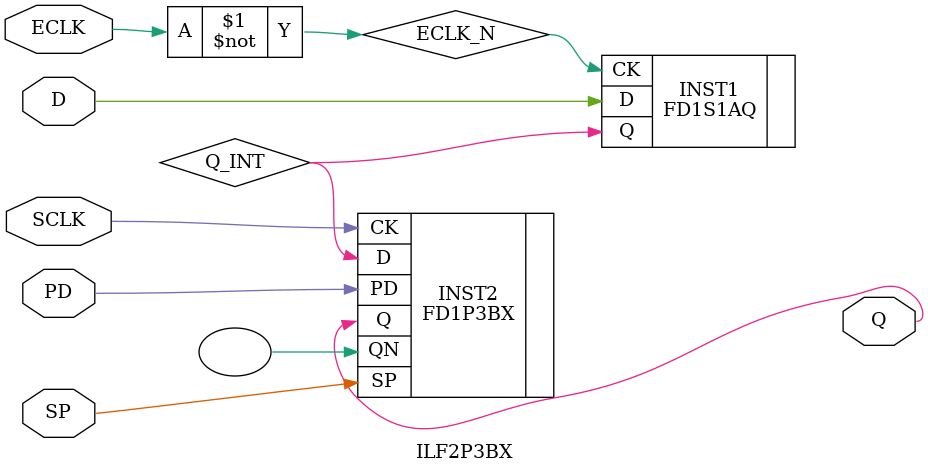
<source format=v>
`resetall
`timescale 1 ns / 100 ps

`celldefine

module ILF2P3BX (D, SP, ECLK, SCLK, PD, Q);
  parameter DISABLED_GSR = 0;
  defparam INST2.DISABLED_GSR = DISABLED_GSR;
  input  D, SP, ECLK, SCLK, PD;
  output Q;
  not (ECLK_N, ECLK);
  FD1S1AQ INST1 (.D(D), .CK(ECLK_N), .Q(Q_INT));
  FD1P3BX INST2 (.D(Q_INT), .SP(SP), .CK(SCLK), .PD(PD),
                 .Q(Q), .QN());

endmodule

`endcelldefine

</source>
